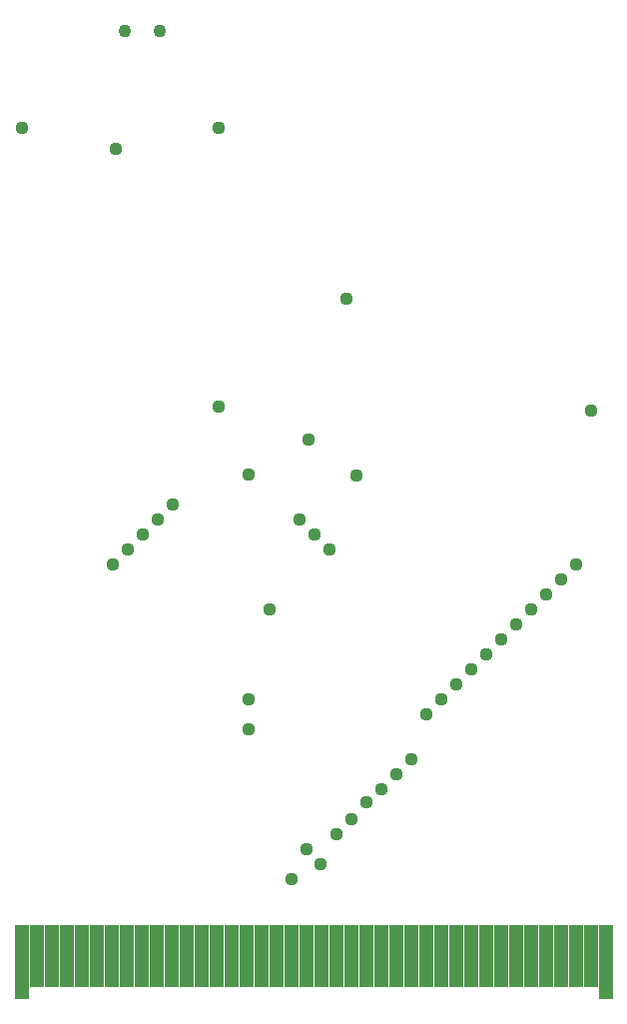
<source format=gbs>
G75*
%MOIN*%
%OFA0B0*%
%FSLAX24Y24*%
%IPPOS*%
%LPD*%
%AMOC8*
5,1,8,0,0,1.08239X$1,22.5*
%
%ADD10R,0.0450X0.2480*%
%ADD11R,0.0450X0.2080*%
%ADD12C,0.0430*%
%ADD13C,0.0437*%
D10*
X000960Y001660D03*
X020460Y001660D03*
D11*
X019960Y001860D03*
X019460Y001860D03*
X018960Y001860D03*
X018460Y001860D03*
X017960Y001860D03*
X017460Y001860D03*
X016960Y001860D03*
X016460Y001860D03*
X015960Y001860D03*
X015460Y001860D03*
X014960Y001860D03*
X014460Y001860D03*
X013960Y001860D03*
X013460Y001860D03*
X012960Y001860D03*
X012460Y001860D03*
X011960Y001860D03*
X011460Y001860D03*
X010960Y001860D03*
X010460Y001860D03*
X009960Y001860D03*
X009460Y001860D03*
X008960Y001860D03*
X008460Y001860D03*
X007960Y001860D03*
X007460Y001860D03*
X006960Y001860D03*
X006460Y001860D03*
X005960Y001860D03*
X005460Y001860D03*
X004960Y001860D03*
X004460Y001860D03*
X003960Y001860D03*
X003460Y001860D03*
X002960Y001860D03*
X002460Y001860D03*
X001960Y001860D03*
X001460Y001860D03*
D12*
X004390Y032740D03*
X005570Y032740D03*
D13*
X007550Y029500D03*
X004110Y028800D03*
X000960Y029500D03*
X007550Y020200D03*
X008540Y017950D03*
X010250Y016440D03*
X010750Y015940D03*
X011250Y015440D03*
X012150Y017900D03*
X010550Y019100D03*
X011790Y023800D03*
X006000Y016940D03*
X005500Y016440D03*
X005000Y015940D03*
X004500Y015440D03*
X004000Y014940D03*
X008540Y010440D03*
X008540Y009440D03*
X010460Y005440D03*
X010950Y004940D03*
X011460Y005940D03*
X011960Y006440D03*
X012460Y007020D03*
X012960Y007440D03*
X013460Y007940D03*
X013970Y008440D03*
X014460Y009940D03*
X014960Y010440D03*
X015460Y010940D03*
X015960Y011440D03*
X016460Y011940D03*
X016960Y012440D03*
X017460Y012940D03*
X017960Y013440D03*
X018460Y013940D03*
X018960Y014440D03*
X019460Y014940D03*
X019960Y020070D03*
X009960Y004440D03*
X009250Y013440D03*
M02*

</source>
